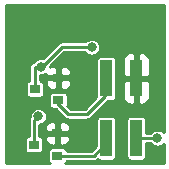
<source format=gbr>
%TF.GenerationSoftware,KiCad,Pcbnew,(5.1.6)-1*%
%TF.CreationDate,2021-03-06T11:00:20-06:00*%
%TF.ProjectId,tsl2591_smaller,74736c32-3539-4315-9f73-6d616c6c6572,rev?*%
%TF.SameCoordinates,Original*%
%TF.FileFunction,Copper,L2,Bot*%
%TF.FilePolarity,Positive*%
%FSLAX46Y46*%
G04 Gerber Fmt 4.6, Leading zero omitted, Abs format (unit mm)*
G04 Created by KiCad (PCBNEW (5.1.6)-1) date 2021-03-06 11:00:20*
%MOMM*%
%LPD*%
G01*
G04 APERTURE LIST*
%TA.AperFunction,SMDPad,CuDef*%
%ADD10R,0.900000X0.800000*%
%TD*%
%TA.AperFunction,SMDPad,CuDef*%
%ADD11R,1.000000X3.150000*%
%TD*%
%TA.AperFunction,ViaPad*%
%ADD12C,0.800000*%
%TD*%
%TA.AperFunction,Conductor*%
%ADD13C,0.250000*%
%TD*%
%TA.AperFunction,Conductor*%
%ADD14C,0.254000*%
%TD*%
G04 APERTURE END LIST*
D10*
%TO.P,Q2,1*%
%TO.N,+3V3*%
X182800000Y-87225000D03*
%TO.P,Q2,2*%
%TO.N,/SCL_in*%
X182800000Y-89125000D03*
%TO.P,Q2,3*%
%TO.N,/SCL_out*%
X180800000Y-88175000D03*
%TD*%
%TO.P,Q1,1*%
%TO.N,+3V3*%
X182875000Y-82525000D03*
%TO.P,Q1,2*%
%TO.N,/SDA_in*%
X182875000Y-84425000D03*
%TO.P,Q1,3*%
%TO.N,/SDA_out*%
X180875000Y-83475000D03*
%TD*%
D11*
%TO.P,J1,4*%
%TO.N,GND*%
X189470000Y-87625000D03*
%TO.P,J1,3*%
%TO.N,+3V3*%
X189470000Y-82575000D03*
%TO.P,J1,2*%
%TO.N,/SCL_in*%
X186930000Y-87625000D03*
%TO.P,J1,1*%
%TO.N,/SDA_in*%
X186930000Y-82575000D03*
%TD*%
D12*
%TO.N,+3V3*%
X185125000Y-83325000D03*
X185150000Y-87125000D03*
X191400000Y-82875000D03*
X185975000Y-78325000D03*
%TO.N,GND*%
X191250000Y-87625000D03*
%TO.N,/SCL_out*%
X181175000Y-85775000D03*
%TO.N,/SDA_out*%
X181400000Y-81575000D03*
X185700000Y-79925000D03*
%TD*%
D13*
%TO.N,+3V3*%
X185150000Y-87125000D02*
X182875000Y-87125000D01*
%TO.N,GND*%
X189470000Y-87625000D02*
X191250000Y-87625000D01*
X191250000Y-87625000D02*
X191250000Y-87625000D01*
%TO.N,/SCL_out*%
X180800000Y-88175000D02*
X180800000Y-86150000D01*
X180800000Y-86150000D02*
X181175000Y-85775000D01*
X181175000Y-85775000D02*
X181175000Y-85775000D01*
%TO.N,/SDA_out*%
X180875000Y-81575000D02*
X180875000Y-81575000D01*
X185650000Y-79875000D02*
X185700000Y-79925000D01*
X180875000Y-83475000D02*
X180875000Y-81575000D01*
X183175000Y-79875000D02*
X185650000Y-79875000D01*
X181475000Y-81575000D02*
X183175000Y-79875000D01*
X180875000Y-81575000D02*
X181475000Y-81575000D01*
%TO.N,/SDA_in*%
X184450000Y-85600000D02*
X185300000Y-85600000D01*
X185300000Y-85600000D02*
X186800000Y-84100000D01*
X184450000Y-85600000D02*
X183725000Y-85600000D01*
X183725000Y-85600000D02*
X182775000Y-84650000D01*
%TO.N,/SCL_in*%
X186930000Y-87625000D02*
X186930000Y-88070000D01*
X186930000Y-88070000D02*
X185850000Y-89150000D01*
X185850000Y-89150000D02*
X184450000Y-89150000D01*
X184450000Y-89150000D02*
X182925000Y-89150000D01*
%TD*%
D14*
%TO.N,+3V3*%
G36*
X191798000Y-87144866D02*
G01*
X191713436Y-87060302D01*
X191594364Y-86980741D01*
X191462058Y-86925938D01*
X191321603Y-86898000D01*
X191178397Y-86898000D01*
X191037942Y-86925938D01*
X190905636Y-86980741D01*
X190786564Y-87060302D01*
X190685302Y-87161564D01*
X190677661Y-87173000D01*
X190298582Y-87173000D01*
X190298582Y-86050000D01*
X190292268Y-85985897D01*
X190273570Y-85924257D01*
X190243206Y-85867450D01*
X190202343Y-85817657D01*
X190152550Y-85776794D01*
X190095743Y-85746430D01*
X190034103Y-85727732D01*
X189970000Y-85721418D01*
X188970000Y-85721418D01*
X188905897Y-85727732D01*
X188844257Y-85746430D01*
X188787450Y-85776794D01*
X188737657Y-85817657D01*
X188696794Y-85867450D01*
X188666430Y-85924257D01*
X188647732Y-85985897D01*
X188641418Y-86050000D01*
X188641418Y-89200000D01*
X188647732Y-89264103D01*
X188666430Y-89325743D01*
X188696794Y-89382550D01*
X188737657Y-89432343D01*
X188787450Y-89473206D01*
X188844257Y-89503570D01*
X188905897Y-89522268D01*
X188970000Y-89528582D01*
X189970000Y-89528582D01*
X190034103Y-89522268D01*
X190095743Y-89503570D01*
X190152550Y-89473206D01*
X190202343Y-89432343D01*
X190243206Y-89382550D01*
X190273570Y-89325743D01*
X190292268Y-89264103D01*
X190298582Y-89200000D01*
X190298582Y-88077000D01*
X190677661Y-88077000D01*
X190685302Y-88088436D01*
X190786564Y-88189698D01*
X190905636Y-88269259D01*
X191037942Y-88324062D01*
X191178397Y-88352000D01*
X191321603Y-88352000D01*
X191462058Y-88324062D01*
X191594364Y-88269259D01*
X191713436Y-88189698D01*
X191798000Y-88105134D01*
X191798000Y-89773000D01*
X183463264Y-89773000D01*
X183482343Y-89757343D01*
X183523206Y-89707550D01*
X183553570Y-89650743D01*
X183568356Y-89602000D01*
X185827795Y-89602000D01*
X185850000Y-89604187D01*
X185872205Y-89602000D01*
X185938607Y-89595460D01*
X186023810Y-89569614D01*
X186102333Y-89527643D01*
X186171159Y-89471159D01*
X186185323Y-89453900D01*
X186202723Y-89436500D01*
X186247450Y-89473206D01*
X186304257Y-89503570D01*
X186365897Y-89522268D01*
X186430000Y-89528582D01*
X187430000Y-89528582D01*
X187494103Y-89522268D01*
X187555743Y-89503570D01*
X187612550Y-89473206D01*
X187662343Y-89432343D01*
X187703206Y-89382550D01*
X187733570Y-89325743D01*
X187752268Y-89264103D01*
X187758582Y-89200000D01*
X187758582Y-86050000D01*
X187752268Y-85985897D01*
X187733570Y-85924257D01*
X187703206Y-85867450D01*
X187662343Y-85817657D01*
X187612550Y-85776794D01*
X187555743Y-85746430D01*
X187494103Y-85727732D01*
X187430000Y-85721418D01*
X186430000Y-85721418D01*
X186365897Y-85727732D01*
X186304257Y-85746430D01*
X186247450Y-85776794D01*
X186197657Y-85817657D01*
X186156794Y-85867450D01*
X186126430Y-85924257D01*
X186107732Y-85985897D01*
X186101418Y-86050000D01*
X186101418Y-88259358D01*
X185662777Y-88698000D01*
X183575923Y-88698000D01*
X183572268Y-88660897D01*
X183553570Y-88599257D01*
X183523206Y-88542450D01*
X183482343Y-88492657D01*
X183432550Y-88451794D01*
X183375743Y-88421430D01*
X183314103Y-88402732D01*
X183250000Y-88396418D01*
X182350000Y-88396418D01*
X182285897Y-88402732D01*
X182224257Y-88421430D01*
X182167450Y-88451794D01*
X182117657Y-88492657D01*
X182076794Y-88542450D01*
X182046430Y-88599257D01*
X182027732Y-88660897D01*
X182021418Y-88725000D01*
X182021418Y-89525000D01*
X182027732Y-89589103D01*
X182046430Y-89650743D01*
X182076794Y-89707550D01*
X182117657Y-89757343D01*
X182136736Y-89773000D01*
X178402000Y-89773000D01*
X178402000Y-87775000D01*
X180021418Y-87775000D01*
X180021418Y-88575000D01*
X180027732Y-88639103D01*
X180046430Y-88700743D01*
X180076794Y-88757550D01*
X180117657Y-88807343D01*
X180167450Y-88848206D01*
X180224257Y-88878570D01*
X180285897Y-88897268D01*
X180350000Y-88903582D01*
X181250000Y-88903582D01*
X181314103Y-88897268D01*
X181375743Y-88878570D01*
X181432550Y-88848206D01*
X181482343Y-88807343D01*
X181523206Y-88757550D01*
X181553570Y-88700743D01*
X181572268Y-88639103D01*
X181578582Y-88575000D01*
X181578582Y-87775000D01*
X181572268Y-87710897D01*
X181553570Y-87649257D01*
X181540605Y-87625000D01*
X181711928Y-87625000D01*
X181724188Y-87749482D01*
X181760498Y-87869180D01*
X181819463Y-87979494D01*
X181898815Y-88076185D01*
X181995506Y-88155537D01*
X182105820Y-88214502D01*
X182225518Y-88250812D01*
X182350000Y-88263072D01*
X182514250Y-88260000D01*
X182673000Y-88101250D01*
X182673000Y-87352000D01*
X182927000Y-87352000D01*
X182927000Y-88101250D01*
X183085750Y-88260000D01*
X183250000Y-88263072D01*
X183374482Y-88250812D01*
X183494180Y-88214502D01*
X183604494Y-88155537D01*
X183701185Y-88076185D01*
X183780537Y-87979494D01*
X183839502Y-87869180D01*
X183875812Y-87749482D01*
X183888072Y-87625000D01*
X183885000Y-87510750D01*
X183726250Y-87352000D01*
X182927000Y-87352000D01*
X182673000Y-87352000D01*
X181873750Y-87352000D01*
X181715000Y-87510750D01*
X181711928Y-87625000D01*
X181540605Y-87625000D01*
X181523206Y-87592450D01*
X181482343Y-87542657D01*
X181432550Y-87501794D01*
X181375743Y-87471430D01*
X181314103Y-87452732D01*
X181252000Y-87446615D01*
X181252000Y-86825000D01*
X181711928Y-86825000D01*
X181715000Y-86939250D01*
X181873750Y-87098000D01*
X182673000Y-87098000D01*
X182673000Y-86348750D01*
X182927000Y-86348750D01*
X182927000Y-87098000D01*
X183726250Y-87098000D01*
X183885000Y-86939250D01*
X183888072Y-86825000D01*
X183875812Y-86700518D01*
X183839502Y-86580820D01*
X183780537Y-86470506D01*
X183701185Y-86373815D01*
X183604494Y-86294463D01*
X183494180Y-86235498D01*
X183374482Y-86199188D01*
X183250000Y-86186928D01*
X183085750Y-86190000D01*
X182927000Y-86348750D01*
X182673000Y-86348750D01*
X182514250Y-86190000D01*
X182350000Y-86186928D01*
X182225518Y-86199188D01*
X182105820Y-86235498D01*
X181995506Y-86294463D01*
X181898815Y-86373815D01*
X181819463Y-86470506D01*
X181760498Y-86580820D01*
X181724188Y-86700518D01*
X181711928Y-86825000D01*
X181252000Y-86825000D01*
X181252000Y-86500926D01*
X181387058Y-86474062D01*
X181519364Y-86419259D01*
X181638436Y-86339698D01*
X181739698Y-86238436D01*
X181819259Y-86119364D01*
X181874062Y-85987058D01*
X181902000Y-85846603D01*
X181902000Y-85703397D01*
X181874062Y-85562942D01*
X181819259Y-85430636D01*
X181739698Y-85311564D01*
X181638436Y-85210302D01*
X181519364Y-85130741D01*
X181387058Y-85075938D01*
X181246603Y-85048000D01*
X181103397Y-85048000D01*
X180962942Y-85075938D01*
X180830636Y-85130741D01*
X180711564Y-85210302D01*
X180610302Y-85311564D01*
X180530741Y-85430636D01*
X180475938Y-85562942D01*
X180448000Y-85703397D01*
X180448000Y-85846603D01*
X180451173Y-85862556D01*
X180422358Y-85897667D01*
X180380386Y-85976191D01*
X180354540Y-86061393D01*
X180345813Y-86150000D01*
X180348001Y-86172215D01*
X180348000Y-87446615D01*
X180285897Y-87452732D01*
X180224257Y-87471430D01*
X180167450Y-87501794D01*
X180117657Y-87542657D01*
X180076794Y-87592450D01*
X180046430Y-87649257D01*
X180027732Y-87710897D01*
X180021418Y-87775000D01*
X178402000Y-87775000D01*
X178402000Y-83075000D01*
X180096418Y-83075000D01*
X180096418Y-83875000D01*
X180102732Y-83939103D01*
X180121430Y-84000743D01*
X180151794Y-84057550D01*
X180192657Y-84107343D01*
X180242450Y-84148206D01*
X180299257Y-84178570D01*
X180360897Y-84197268D01*
X180425000Y-84203582D01*
X181325000Y-84203582D01*
X181389103Y-84197268D01*
X181450743Y-84178570D01*
X181507550Y-84148206D01*
X181557343Y-84107343D01*
X181598206Y-84057550D01*
X181615604Y-84025000D01*
X182096418Y-84025000D01*
X182096418Y-84825000D01*
X182102732Y-84889103D01*
X182121430Y-84950743D01*
X182151794Y-85007550D01*
X182192657Y-85057343D01*
X182242450Y-85098206D01*
X182299257Y-85128570D01*
X182360897Y-85147268D01*
X182425000Y-85153582D01*
X182639359Y-85153582D01*
X183389681Y-85903905D01*
X183403841Y-85921159D01*
X183472667Y-85977643D01*
X183551190Y-86019614D01*
X183636392Y-86045460D01*
X183725000Y-86054187D01*
X183747205Y-86052000D01*
X185277795Y-86052000D01*
X185300000Y-86054187D01*
X185322205Y-86052000D01*
X185388607Y-86045460D01*
X185473810Y-86019614D01*
X185552333Y-85977643D01*
X185621159Y-85921159D01*
X185635323Y-85903900D01*
X187060643Y-84478582D01*
X187430000Y-84478582D01*
X187494103Y-84472268D01*
X187555743Y-84453570D01*
X187612550Y-84423206D01*
X187662343Y-84382343D01*
X187703206Y-84332550D01*
X187733570Y-84275743D01*
X187752268Y-84214103D01*
X187758582Y-84150000D01*
X188331928Y-84150000D01*
X188344188Y-84274482D01*
X188380498Y-84394180D01*
X188439463Y-84504494D01*
X188518815Y-84601185D01*
X188615506Y-84680537D01*
X188725820Y-84739502D01*
X188845518Y-84775812D01*
X188970000Y-84788072D01*
X189184250Y-84785000D01*
X189343000Y-84626250D01*
X189343000Y-82702000D01*
X189597000Y-82702000D01*
X189597000Y-84626250D01*
X189755750Y-84785000D01*
X189970000Y-84788072D01*
X190094482Y-84775812D01*
X190214180Y-84739502D01*
X190324494Y-84680537D01*
X190421185Y-84601185D01*
X190500537Y-84504494D01*
X190559502Y-84394180D01*
X190595812Y-84274482D01*
X190608072Y-84150000D01*
X190605000Y-82860750D01*
X190446250Y-82702000D01*
X189597000Y-82702000D01*
X189343000Y-82702000D01*
X188493750Y-82702000D01*
X188335000Y-82860750D01*
X188331928Y-84150000D01*
X187758582Y-84150000D01*
X187758582Y-81000000D01*
X188331928Y-81000000D01*
X188335000Y-82289250D01*
X188493750Y-82448000D01*
X189343000Y-82448000D01*
X189343000Y-80523750D01*
X189597000Y-80523750D01*
X189597000Y-82448000D01*
X190446250Y-82448000D01*
X190605000Y-82289250D01*
X190608072Y-81000000D01*
X190595812Y-80875518D01*
X190559502Y-80755820D01*
X190500537Y-80645506D01*
X190421185Y-80548815D01*
X190324494Y-80469463D01*
X190214180Y-80410498D01*
X190094482Y-80374188D01*
X189970000Y-80361928D01*
X189755750Y-80365000D01*
X189597000Y-80523750D01*
X189343000Y-80523750D01*
X189184250Y-80365000D01*
X188970000Y-80361928D01*
X188845518Y-80374188D01*
X188725820Y-80410498D01*
X188615506Y-80469463D01*
X188518815Y-80548815D01*
X188439463Y-80645506D01*
X188380498Y-80755820D01*
X188344188Y-80875518D01*
X188331928Y-81000000D01*
X187758582Y-81000000D01*
X187752268Y-80935897D01*
X187733570Y-80874257D01*
X187703206Y-80817450D01*
X187662343Y-80767657D01*
X187612550Y-80726794D01*
X187555743Y-80696430D01*
X187494103Y-80677732D01*
X187430000Y-80671418D01*
X186430000Y-80671418D01*
X186365897Y-80677732D01*
X186304257Y-80696430D01*
X186247450Y-80726794D01*
X186197657Y-80767657D01*
X186156794Y-80817450D01*
X186126430Y-80874257D01*
X186107732Y-80935897D01*
X186101418Y-81000000D01*
X186101418Y-84150000D01*
X186102257Y-84158518D01*
X185112777Y-85148000D01*
X183912224Y-85148000D01*
X183647811Y-84883588D01*
X183653582Y-84825000D01*
X183653582Y-84025000D01*
X183647268Y-83960897D01*
X183628570Y-83899257D01*
X183598206Y-83842450D01*
X183557343Y-83792657D01*
X183507550Y-83751794D01*
X183450743Y-83721430D01*
X183389103Y-83702732D01*
X183325000Y-83696418D01*
X182425000Y-83696418D01*
X182360897Y-83702732D01*
X182299257Y-83721430D01*
X182242450Y-83751794D01*
X182192657Y-83792657D01*
X182151794Y-83842450D01*
X182121430Y-83899257D01*
X182102732Y-83960897D01*
X182096418Y-84025000D01*
X181615604Y-84025000D01*
X181628570Y-84000743D01*
X181647268Y-83939103D01*
X181653582Y-83875000D01*
X181653582Y-83075000D01*
X181647268Y-83010897D01*
X181628570Y-82949257D01*
X181615605Y-82925000D01*
X181786928Y-82925000D01*
X181799188Y-83049482D01*
X181835498Y-83169180D01*
X181894463Y-83279494D01*
X181973815Y-83376185D01*
X182070506Y-83455537D01*
X182180820Y-83514502D01*
X182300518Y-83550812D01*
X182425000Y-83563072D01*
X182589250Y-83560000D01*
X182748000Y-83401250D01*
X182748000Y-82652000D01*
X183002000Y-82652000D01*
X183002000Y-83401250D01*
X183160750Y-83560000D01*
X183325000Y-83563072D01*
X183449482Y-83550812D01*
X183569180Y-83514502D01*
X183679494Y-83455537D01*
X183776185Y-83376185D01*
X183855537Y-83279494D01*
X183914502Y-83169180D01*
X183950812Y-83049482D01*
X183963072Y-82925000D01*
X183960000Y-82810750D01*
X183801250Y-82652000D01*
X183002000Y-82652000D01*
X182748000Y-82652000D01*
X181948750Y-82652000D01*
X181790000Y-82810750D01*
X181786928Y-82925000D01*
X181615605Y-82925000D01*
X181598206Y-82892450D01*
X181557343Y-82842657D01*
X181507550Y-82801794D01*
X181450743Y-82771430D01*
X181389103Y-82752732D01*
X181327000Y-82746615D01*
X181327000Y-82301722D01*
X181328397Y-82302000D01*
X181471603Y-82302000D01*
X181612058Y-82274062D01*
X181744364Y-82219259D01*
X181788667Y-82189657D01*
X181790000Y-82239250D01*
X181948750Y-82398000D01*
X182748000Y-82398000D01*
X182748000Y-81648750D01*
X183002000Y-81648750D01*
X183002000Y-82398000D01*
X183801250Y-82398000D01*
X183960000Y-82239250D01*
X183963072Y-82125000D01*
X183950812Y-82000518D01*
X183914502Y-81880820D01*
X183855537Y-81770506D01*
X183776185Y-81673815D01*
X183679494Y-81594463D01*
X183569180Y-81535498D01*
X183449482Y-81499188D01*
X183325000Y-81486928D01*
X183160750Y-81490000D01*
X183002000Y-81648750D01*
X182748000Y-81648750D01*
X182589250Y-81490000D01*
X182425000Y-81486928D01*
X182300518Y-81499188D01*
X182180820Y-81535498D01*
X182127000Y-81564266D01*
X182127000Y-81562223D01*
X183362224Y-80327000D01*
X185094252Y-80327000D01*
X185135302Y-80388436D01*
X185236564Y-80489698D01*
X185355636Y-80569259D01*
X185487942Y-80624062D01*
X185628397Y-80652000D01*
X185771603Y-80652000D01*
X185912058Y-80624062D01*
X186044364Y-80569259D01*
X186163436Y-80489698D01*
X186264698Y-80388436D01*
X186344259Y-80269364D01*
X186399062Y-80137058D01*
X186427000Y-79996603D01*
X186427000Y-79853397D01*
X186399062Y-79712942D01*
X186344259Y-79580636D01*
X186264698Y-79461564D01*
X186163436Y-79360302D01*
X186044364Y-79280741D01*
X185912058Y-79225938D01*
X185771603Y-79198000D01*
X185628397Y-79198000D01*
X185487942Y-79225938D01*
X185355636Y-79280741D01*
X185236564Y-79360302D01*
X185173866Y-79423000D01*
X183197204Y-79423000D01*
X183174999Y-79420813D01*
X183086392Y-79429540D01*
X183001190Y-79455386D01*
X182922667Y-79497357D01*
X182853841Y-79553841D01*
X182839681Y-79571095D01*
X181547650Y-80863127D01*
X181471603Y-80848000D01*
X181328397Y-80848000D01*
X181187942Y-80875938D01*
X181055636Y-80930741D01*
X180936564Y-81010302D01*
X180835302Y-81111564D01*
X180825890Y-81125650D01*
X180786393Y-81129540D01*
X180701190Y-81155386D01*
X180622667Y-81197357D01*
X180553841Y-81253841D01*
X180497357Y-81322667D01*
X180455386Y-81401190D01*
X180429540Y-81486393D01*
X180420813Y-81575000D01*
X180423001Y-81597215D01*
X180423000Y-82746615D01*
X180360897Y-82752732D01*
X180299257Y-82771430D01*
X180242450Y-82801794D01*
X180192657Y-82842657D01*
X180151794Y-82892450D01*
X180121430Y-82949257D01*
X180102732Y-83010897D01*
X180096418Y-83075000D01*
X178402000Y-83075000D01*
X178402000Y-76377000D01*
X191798001Y-76377000D01*
X191798000Y-87144866D01*
G37*
X191798000Y-87144866D02*
X191713436Y-87060302D01*
X191594364Y-86980741D01*
X191462058Y-86925938D01*
X191321603Y-86898000D01*
X191178397Y-86898000D01*
X191037942Y-86925938D01*
X190905636Y-86980741D01*
X190786564Y-87060302D01*
X190685302Y-87161564D01*
X190677661Y-87173000D01*
X190298582Y-87173000D01*
X190298582Y-86050000D01*
X190292268Y-85985897D01*
X190273570Y-85924257D01*
X190243206Y-85867450D01*
X190202343Y-85817657D01*
X190152550Y-85776794D01*
X190095743Y-85746430D01*
X190034103Y-85727732D01*
X189970000Y-85721418D01*
X188970000Y-85721418D01*
X188905897Y-85727732D01*
X188844257Y-85746430D01*
X188787450Y-85776794D01*
X188737657Y-85817657D01*
X188696794Y-85867450D01*
X188666430Y-85924257D01*
X188647732Y-85985897D01*
X188641418Y-86050000D01*
X188641418Y-89200000D01*
X188647732Y-89264103D01*
X188666430Y-89325743D01*
X188696794Y-89382550D01*
X188737657Y-89432343D01*
X188787450Y-89473206D01*
X188844257Y-89503570D01*
X188905897Y-89522268D01*
X188970000Y-89528582D01*
X189970000Y-89528582D01*
X190034103Y-89522268D01*
X190095743Y-89503570D01*
X190152550Y-89473206D01*
X190202343Y-89432343D01*
X190243206Y-89382550D01*
X190273570Y-89325743D01*
X190292268Y-89264103D01*
X190298582Y-89200000D01*
X190298582Y-88077000D01*
X190677661Y-88077000D01*
X190685302Y-88088436D01*
X190786564Y-88189698D01*
X190905636Y-88269259D01*
X191037942Y-88324062D01*
X191178397Y-88352000D01*
X191321603Y-88352000D01*
X191462058Y-88324062D01*
X191594364Y-88269259D01*
X191713436Y-88189698D01*
X191798000Y-88105134D01*
X191798000Y-89773000D01*
X183463264Y-89773000D01*
X183482343Y-89757343D01*
X183523206Y-89707550D01*
X183553570Y-89650743D01*
X183568356Y-89602000D01*
X185827795Y-89602000D01*
X185850000Y-89604187D01*
X185872205Y-89602000D01*
X185938607Y-89595460D01*
X186023810Y-89569614D01*
X186102333Y-89527643D01*
X186171159Y-89471159D01*
X186185323Y-89453900D01*
X186202723Y-89436500D01*
X186247450Y-89473206D01*
X186304257Y-89503570D01*
X186365897Y-89522268D01*
X186430000Y-89528582D01*
X187430000Y-89528582D01*
X187494103Y-89522268D01*
X187555743Y-89503570D01*
X187612550Y-89473206D01*
X187662343Y-89432343D01*
X187703206Y-89382550D01*
X187733570Y-89325743D01*
X187752268Y-89264103D01*
X187758582Y-89200000D01*
X187758582Y-86050000D01*
X187752268Y-85985897D01*
X187733570Y-85924257D01*
X187703206Y-85867450D01*
X187662343Y-85817657D01*
X187612550Y-85776794D01*
X187555743Y-85746430D01*
X187494103Y-85727732D01*
X187430000Y-85721418D01*
X186430000Y-85721418D01*
X186365897Y-85727732D01*
X186304257Y-85746430D01*
X186247450Y-85776794D01*
X186197657Y-85817657D01*
X186156794Y-85867450D01*
X186126430Y-85924257D01*
X186107732Y-85985897D01*
X186101418Y-86050000D01*
X186101418Y-88259358D01*
X185662777Y-88698000D01*
X183575923Y-88698000D01*
X183572268Y-88660897D01*
X183553570Y-88599257D01*
X183523206Y-88542450D01*
X183482343Y-88492657D01*
X183432550Y-88451794D01*
X183375743Y-88421430D01*
X183314103Y-88402732D01*
X183250000Y-88396418D01*
X182350000Y-88396418D01*
X182285897Y-88402732D01*
X182224257Y-88421430D01*
X182167450Y-88451794D01*
X182117657Y-88492657D01*
X182076794Y-88542450D01*
X182046430Y-88599257D01*
X182027732Y-88660897D01*
X182021418Y-88725000D01*
X182021418Y-89525000D01*
X182027732Y-89589103D01*
X182046430Y-89650743D01*
X182076794Y-89707550D01*
X182117657Y-89757343D01*
X182136736Y-89773000D01*
X178402000Y-89773000D01*
X178402000Y-87775000D01*
X180021418Y-87775000D01*
X180021418Y-88575000D01*
X180027732Y-88639103D01*
X180046430Y-88700743D01*
X180076794Y-88757550D01*
X180117657Y-88807343D01*
X180167450Y-88848206D01*
X180224257Y-88878570D01*
X180285897Y-88897268D01*
X180350000Y-88903582D01*
X181250000Y-88903582D01*
X181314103Y-88897268D01*
X181375743Y-88878570D01*
X181432550Y-88848206D01*
X181482343Y-88807343D01*
X181523206Y-88757550D01*
X181553570Y-88700743D01*
X181572268Y-88639103D01*
X181578582Y-88575000D01*
X181578582Y-87775000D01*
X181572268Y-87710897D01*
X181553570Y-87649257D01*
X181540605Y-87625000D01*
X181711928Y-87625000D01*
X181724188Y-87749482D01*
X181760498Y-87869180D01*
X181819463Y-87979494D01*
X181898815Y-88076185D01*
X181995506Y-88155537D01*
X182105820Y-88214502D01*
X182225518Y-88250812D01*
X182350000Y-88263072D01*
X182514250Y-88260000D01*
X182673000Y-88101250D01*
X182673000Y-87352000D01*
X182927000Y-87352000D01*
X182927000Y-88101250D01*
X183085750Y-88260000D01*
X183250000Y-88263072D01*
X183374482Y-88250812D01*
X183494180Y-88214502D01*
X183604494Y-88155537D01*
X183701185Y-88076185D01*
X183780537Y-87979494D01*
X183839502Y-87869180D01*
X183875812Y-87749482D01*
X183888072Y-87625000D01*
X183885000Y-87510750D01*
X183726250Y-87352000D01*
X182927000Y-87352000D01*
X182673000Y-87352000D01*
X181873750Y-87352000D01*
X181715000Y-87510750D01*
X181711928Y-87625000D01*
X181540605Y-87625000D01*
X181523206Y-87592450D01*
X181482343Y-87542657D01*
X181432550Y-87501794D01*
X181375743Y-87471430D01*
X181314103Y-87452732D01*
X181252000Y-87446615D01*
X181252000Y-86825000D01*
X181711928Y-86825000D01*
X181715000Y-86939250D01*
X181873750Y-87098000D01*
X182673000Y-87098000D01*
X182673000Y-86348750D01*
X182927000Y-86348750D01*
X182927000Y-87098000D01*
X183726250Y-87098000D01*
X183885000Y-86939250D01*
X183888072Y-86825000D01*
X183875812Y-86700518D01*
X183839502Y-86580820D01*
X183780537Y-86470506D01*
X183701185Y-86373815D01*
X183604494Y-86294463D01*
X183494180Y-86235498D01*
X183374482Y-86199188D01*
X183250000Y-86186928D01*
X183085750Y-86190000D01*
X182927000Y-86348750D01*
X182673000Y-86348750D01*
X182514250Y-86190000D01*
X182350000Y-86186928D01*
X182225518Y-86199188D01*
X182105820Y-86235498D01*
X181995506Y-86294463D01*
X181898815Y-86373815D01*
X181819463Y-86470506D01*
X181760498Y-86580820D01*
X181724188Y-86700518D01*
X181711928Y-86825000D01*
X181252000Y-86825000D01*
X181252000Y-86500926D01*
X181387058Y-86474062D01*
X181519364Y-86419259D01*
X181638436Y-86339698D01*
X181739698Y-86238436D01*
X181819259Y-86119364D01*
X181874062Y-85987058D01*
X181902000Y-85846603D01*
X181902000Y-85703397D01*
X181874062Y-85562942D01*
X181819259Y-85430636D01*
X181739698Y-85311564D01*
X181638436Y-85210302D01*
X181519364Y-85130741D01*
X181387058Y-85075938D01*
X181246603Y-85048000D01*
X181103397Y-85048000D01*
X180962942Y-85075938D01*
X180830636Y-85130741D01*
X180711564Y-85210302D01*
X180610302Y-85311564D01*
X180530741Y-85430636D01*
X180475938Y-85562942D01*
X180448000Y-85703397D01*
X180448000Y-85846603D01*
X180451173Y-85862556D01*
X180422358Y-85897667D01*
X180380386Y-85976191D01*
X180354540Y-86061393D01*
X180345813Y-86150000D01*
X180348001Y-86172215D01*
X180348000Y-87446615D01*
X180285897Y-87452732D01*
X180224257Y-87471430D01*
X180167450Y-87501794D01*
X180117657Y-87542657D01*
X180076794Y-87592450D01*
X180046430Y-87649257D01*
X180027732Y-87710897D01*
X180021418Y-87775000D01*
X178402000Y-87775000D01*
X178402000Y-83075000D01*
X180096418Y-83075000D01*
X180096418Y-83875000D01*
X180102732Y-83939103D01*
X180121430Y-84000743D01*
X180151794Y-84057550D01*
X180192657Y-84107343D01*
X180242450Y-84148206D01*
X180299257Y-84178570D01*
X180360897Y-84197268D01*
X180425000Y-84203582D01*
X181325000Y-84203582D01*
X181389103Y-84197268D01*
X181450743Y-84178570D01*
X181507550Y-84148206D01*
X181557343Y-84107343D01*
X181598206Y-84057550D01*
X181615604Y-84025000D01*
X182096418Y-84025000D01*
X182096418Y-84825000D01*
X182102732Y-84889103D01*
X182121430Y-84950743D01*
X182151794Y-85007550D01*
X182192657Y-85057343D01*
X182242450Y-85098206D01*
X182299257Y-85128570D01*
X182360897Y-85147268D01*
X182425000Y-85153582D01*
X182639359Y-85153582D01*
X183389681Y-85903905D01*
X183403841Y-85921159D01*
X183472667Y-85977643D01*
X183551190Y-86019614D01*
X183636392Y-86045460D01*
X183725000Y-86054187D01*
X183747205Y-86052000D01*
X185277795Y-86052000D01*
X185300000Y-86054187D01*
X185322205Y-86052000D01*
X185388607Y-86045460D01*
X185473810Y-86019614D01*
X185552333Y-85977643D01*
X185621159Y-85921159D01*
X185635323Y-85903900D01*
X187060643Y-84478582D01*
X187430000Y-84478582D01*
X187494103Y-84472268D01*
X187555743Y-84453570D01*
X187612550Y-84423206D01*
X187662343Y-84382343D01*
X187703206Y-84332550D01*
X187733570Y-84275743D01*
X187752268Y-84214103D01*
X187758582Y-84150000D01*
X188331928Y-84150000D01*
X188344188Y-84274482D01*
X188380498Y-84394180D01*
X188439463Y-84504494D01*
X188518815Y-84601185D01*
X188615506Y-84680537D01*
X188725820Y-84739502D01*
X188845518Y-84775812D01*
X188970000Y-84788072D01*
X189184250Y-84785000D01*
X189343000Y-84626250D01*
X189343000Y-82702000D01*
X189597000Y-82702000D01*
X189597000Y-84626250D01*
X189755750Y-84785000D01*
X189970000Y-84788072D01*
X190094482Y-84775812D01*
X190214180Y-84739502D01*
X190324494Y-84680537D01*
X190421185Y-84601185D01*
X190500537Y-84504494D01*
X190559502Y-84394180D01*
X190595812Y-84274482D01*
X190608072Y-84150000D01*
X190605000Y-82860750D01*
X190446250Y-82702000D01*
X189597000Y-82702000D01*
X189343000Y-82702000D01*
X188493750Y-82702000D01*
X188335000Y-82860750D01*
X188331928Y-84150000D01*
X187758582Y-84150000D01*
X187758582Y-81000000D01*
X188331928Y-81000000D01*
X188335000Y-82289250D01*
X188493750Y-82448000D01*
X189343000Y-82448000D01*
X189343000Y-80523750D01*
X189597000Y-80523750D01*
X189597000Y-82448000D01*
X190446250Y-82448000D01*
X190605000Y-82289250D01*
X190608072Y-81000000D01*
X190595812Y-80875518D01*
X190559502Y-80755820D01*
X190500537Y-80645506D01*
X190421185Y-80548815D01*
X190324494Y-80469463D01*
X190214180Y-80410498D01*
X190094482Y-80374188D01*
X189970000Y-80361928D01*
X189755750Y-80365000D01*
X189597000Y-80523750D01*
X189343000Y-80523750D01*
X189184250Y-80365000D01*
X188970000Y-80361928D01*
X188845518Y-80374188D01*
X188725820Y-80410498D01*
X188615506Y-80469463D01*
X188518815Y-80548815D01*
X188439463Y-80645506D01*
X188380498Y-80755820D01*
X188344188Y-80875518D01*
X188331928Y-81000000D01*
X187758582Y-81000000D01*
X187752268Y-80935897D01*
X187733570Y-80874257D01*
X187703206Y-80817450D01*
X187662343Y-80767657D01*
X187612550Y-80726794D01*
X187555743Y-80696430D01*
X187494103Y-80677732D01*
X187430000Y-80671418D01*
X186430000Y-80671418D01*
X186365897Y-80677732D01*
X186304257Y-80696430D01*
X186247450Y-80726794D01*
X186197657Y-80767657D01*
X186156794Y-80817450D01*
X186126430Y-80874257D01*
X186107732Y-80935897D01*
X186101418Y-81000000D01*
X186101418Y-84150000D01*
X186102257Y-84158518D01*
X185112777Y-85148000D01*
X183912224Y-85148000D01*
X183647811Y-84883588D01*
X183653582Y-84825000D01*
X183653582Y-84025000D01*
X183647268Y-83960897D01*
X183628570Y-83899257D01*
X183598206Y-83842450D01*
X183557343Y-83792657D01*
X183507550Y-83751794D01*
X183450743Y-83721430D01*
X183389103Y-83702732D01*
X183325000Y-83696418D01*
X182425000Y-83696418D01*
X182360897Y-83702732D01*
X182299257Y-83721430D01*
X182242450Y-83751794D01*
X182192657Y-83792657D01*
X182151794Y-83842450D01*
X182121430Y-83899257D01*
X182102732Y-83960897D01*
X182096418Y-84025000D01*
X181615604Y-84025000D01*
X181628570Y-84000743D01*
X181647268Y-83939103D01*
X181653582Y-83875000D01*
X181653582Y-83075000D01*
X181647268Y-83010897D01*
X181628570Y-82949257D01*
X181615605Y-82925000D01*
X181786928Y-82925000D01*
X181799188Y-83049482D01*
X181835498Y-83169180D01*
X181894463Y-83279494D01*
X181973815Y-83376185D01*
X182070506Y-83455537D01*
X182180820Y-83514502D01*
X182300518Y-83550812D01*
X182425000Y-83563072D01*
X182589250Y-83560000D01*
X182748000Y-83401250D01*
X182748000Y-82652000D01*
X183002000Y-82652000D01*
X183002000Y-83401250D01*
X183160750Y-83560000D01*
X183325000Y-83563072D01*
X183449482Y-83550812D01*
X183569180Y-83514502D01*
X183679494Y-83455537D01*
X183776185Y-83376185D01*
X183855537Y-83279494D01*
X183914502Y-83169180D01*
X183950812Y-83049482D01*
X183963072Y-82925000D01*
X183960000Y-82810750D01*
X183801250Y-82652000D01*
X183002000Y-82652000D01*
X182748000Y-82652000D01*
X181948750Y-82652000D01*
X181790000Y-82810750D01*
X181786928Y-82925000D01*
X181615605Y-82925000D01*
X181598206Y-82892450D01*
X181557343Y-82842657D01*
X181507550Y-82801794D01*
X181450743Y-82771430D01*
X181389103Y-82752732D01*
X181327000Y-82746615D01*
X181327000Y-82301722D01*
X181328397Y-82302000D01*
X181471603Y-82302000D01*
X181612058Y-82274062D01*
X181744364Y-82219259D01*
X181788667Y-82189657D01*
X181790000Y-82239250D01*
X181948750Y-82398000D01*
X182748000Y-82398000D01*
X182748000Y-81648750D01*
X183002000Y-81648750D01*
X183002000Y-82398000D01*
X183801250Y-82398000D01*
X183960000Y-82239250D01*
X183963072Y-82125000D01*
X183950812Y-82000518D01*
X183914502Y-81880820D01*
X183855537Y-81770506D01*
X183776185Y-81673815D01*
X183679494Y-81594463D01*
X183569180Y-81535498D01*
X183449482Y-81499188D01*
X183325000Y-81486928D01*
X183160750Y-81490000D01*
X183002000Y-81648750D01*
X182748000Y-81648750D01*
X182589250Y-81490000D01*
X182425000Y-81486928D01*
X182300518Y-81499188D01*
X182180820Y-81535498D01*
X182127000Y-81564266D01*
X182127000Y-81562223D01*
X183362224Y-80327000D01*
X185094252Y-80327000D01*
X185135302Y-80388436D01*
X185236564Y-80489698D01*
X185355636Y-80569259D01*
X185487942Y-80624062D01*
X185628397Y-80652000D01*
X185771603Y-80652000D01*
X185912058Y-80624062D01*
X186044364Y-80569259D01*
X186163436Y-80489698D01*
X186264698Y-80388436D01*
X186344259Y-80269364D01*
X186399062Y-80137058D01*
X186427000Y-79996603D01*
X186427000Y-79853397D01*
X186399062Y-79712942D01*
X186344259Y-79580636D01*
X186264698Y-79461564D01*
X186163436Y-79360302D01*
X186044364Y-79280741D01*
X185912058Y-79225938D01*
X185771603Y-79198000D01*
X185628397Y-79198000D01*
X185487942Y-79225938D01*
X185355636Y-79280741D01*
X185236564Y-79360302D01*
X185173866Y-79423000D01*
X183197204Y-79423000D01*
X183174999Y-79420813D01*
X183086392Y-79429540D01*
X183001190Y-79455386D01*
X182922667Y-79497357D01*
X182853841Y-79553841D01*
X182839681Y-79571095D01*
X181547650Y-80863127D01*
X181471603Y-80848000D01*
X181328397Y-80848000D01*
X181187942Y-80875938D01*
X181055636Y-80930741D01*
X180936564Y-81010302D01*
X180835302Y-81111564D01*
X180825890Y-81125650D01*
X180786393Y-81129540D01*
X180701190Y-81155386D01*
X180622667Y-81197357D01*
X180553841Y-81253841D01*
X180497357Y-81322667D01*
X180455386Y-81401190D01*
X180429540Y-81486393D01*
X180420813Y-81575000D01*
X180423001Y-81597215D01*
X180423000Y-82746615D01*
X180360897Y-82752732D01*
X180299257Y-82771430D01*
X180242450Y-82801794D01*
X180192657Y-82842657D01*
X180151794Y-82892450D01*
X180121430Y-82949257D01*
X180102732Y-83010897D01*
X180096418Y-83075000D01*
X178402000Y-83075000D01*
X178402000Y-76377000D01*
X191798001Y-76377000D01*
X191798000Y-87144866D01*
%TD*%
M02*

</source>
